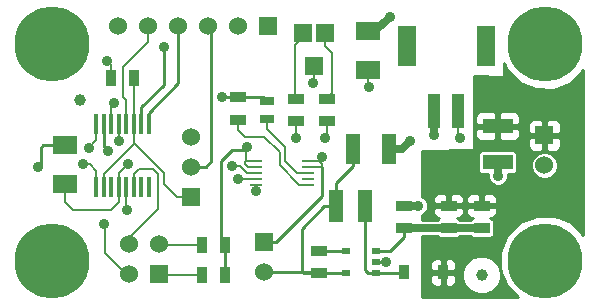
<source format=gtl>
G04 (created by PCBNEW (2013-05-31 BZR 4019)-stable) date 9/7/2014 5:27:28 PM*
%MOIN*%
G04 Gerber Fmt 3.4, Leading zero omitted, Abs format*
%FSLAX34Y34*%
G01*
G70*
G90*
G04 APERTURE LIST*
%ADD10C,0.00590551*%
%ADD11R,0.1X0.05*%
%ADD12R,0.055X0.035*%
%ADD13R,0.0358X0.048*%
%ADD14R,0.035X0.055*%
%ADD15C,0.0393701*%
%ADD16R,0.0590551X0.0590551*%
%ADD17R,0.06X0.06*%
%ADD18C,0.06*%
%ADD19R,0.05X0.1*%
%ADD20R,0.045X0.025*%
%ADD21R,0.03X0.02*%
%ADD22R,0.0394X0.0106*%
%ADD23R,0.016X0.065*%
%ADD24R,0.0472441X0.106299*%
%ADD25R,0.0393701X0.11811*%
%ADD26R,0.0590551X0.133858*%
%ADD27R,0.08X0.06*%
%ADD28C,0.25*%
%ADD29C,0.035*%
%ADD30C,0.01*%
%ADD31C,0.008*%
%ADD32C,0.025*%
G04 APERTURE END LIST*
G54D10*
G54D11*
X59586Y-29734D03*
X59586Y-30934D03*
G54D12*
X53897Y-29567D03*
X53897Y-28817D03*
X52874Y-29567D03*
X52874Y-28817D03*
X50925Y-29508D03*
X50925Y-28758D03*
G54D13*
X56481Y-34606D03*
X57769Y-34606D03*
G54D12*
X53622Y-34626D03*
X53622Y-33876D03*
G54D14*
X50493Y-33681D03*
X49743Y-33681D03*
G54D12*
X59055Y-33130D03*
X59055Y-32380D03*
X56456Y-33130D03*
X56456Y-32380D03*
G54D15*
X59055Y-34685D03*
X45650Y-28850D03*
G54D16*
X53464Y-27736D03*
X53090Y-26633D03*
X53838Y-26633D03*
G54D17*
X49370Y-32082D03*
G54D18*
X49370Y-31082D03*
X49370Y-30082D03*
G54D17*
X48295Y-34673D03*
G54D18*
X47295Y-34673D03*
X48295Y-33673D03*
X47295Y-33673D03*
G54D17*
X51948Y-26377D03*
G54D18*
X50948Y-26377D03*
X49948Y-26377D03*
X48948Y-26377D03*
X47948Y-26377D03*
X46948Y-26377D03*
G54D14*
X47461Y-28110D03*
X46711Y-28110D03*
G54D12*
X57952Y-33130D03*
X57952Y-32380D03*
G54D19*
X54774Y-30492D03*
X55974Y-30492D03*
G54D20*
X51889Y-29492D03*
X51889Y-28892D03*
G54D14*
X50493Y-34685D03*
X49743Y-34685D03*
G54D21*
X55539Y-34626D03*
X55539Y-33876D03*
X54539Y-34626D03*
X55539Y-34251D03*
X54539Y-33876D03*
G54D22*
X51526Y-30899D03*
X51526Y-31099D03*
X51526Y-31299D03*
X51526Y-31499D03*
X51526Y-31699D03*
X53276Y-31699D03*
X53276Y-31499D03*
X53276Y-31299D03*
X53276Y-31099D03*
X53276Y-30899D03*
G54D23*
X47211Y-29658D03*
X46961Y-29658D03*
X46711Y-29658D03*
X46461Y-29658D03*
X47961Y-31758D03*
X47961Y-29658D03*
X47711Y-29658D03*
X47461Y-29658D03*
X46211Y-31758D03*
X46461Y-31758D03*
X46711Y-31758D03*
X46961Y-31758D03*
X47211Y-31758D03*
X47461Y-31758D03*
X46211Y-29658D03*
X47711Y-31758D03*
G54D24*
X54212Y-32401D03*
X55157Y-32401D03*
G54D25*
X57480Y-29212D03*
X58267Y-29212D03*
G54D26*
X56555Y-27047D03*
X59192Y-27047D03*
G54D17*
X61141Y-30031D03*
G54D18*
X61141Y-31031D03*
G54D27*
X45157Y-30373D03*
X45157Y-31673D03*
X55275Y-27854D03*
X55275Y-26554D03*
G54D28*
X44724Y-27007D03*
X44724Y-34212D03*
X61181Y-34212D03*
X61181Y-27007D03*
G54D17*
X51811Y-33594D03*
G54D18*
X51811Y-34594D03*
G54D29*
X46791Y-28956D03*
X45750Y-31000D03*
X45950Y-30450D03*
X48464Y-27106D03*
X46600Y-30550D03*
X46456Y-32992D03*
X47263Y-31003D03*
X55314Y-28425D03*
X53425Y-28307D03*
X51220Y-30433D03*
X58326Y-30137D03*
X53740Y-30748D03*
X47244Y-32519D03*
X46574Y-27559D03*
X46968Y-30236D03*
X50393Y-28759D03*
X55984Y-26082D03*
X51535Y-31889D03*
X55866Y-34251D03*
X56948Y-32381D03*
X56653Y-30236D03*
X57480Y-30039D03*
X59606Y-31397D03*
X52874Y-30137D03*
X50748Y-31062D03*
X53818Y-30118D03*
X50925Y-31496D03*
X44250Y-31100D03*
G54D30*
X54212Y-32401D02*
X54212Y-31614D01*
X54774Y-31052D02*
X54774Y-30492D01*
X54212Y-31614D02*
X54774Y-31052D01*
X53622Y-34626D02*
X53111Y-34626D01*
X53799Y-32401D02*
X54212Y-32401D01*
X53051Y-33149D02*
X53799Y-32401D01*
X53051Y-34566D02*
X53051Y-33149D01*
X53111Y-34626D02*
X53051Y-34566D01*
X54539Y-34626D02*
X53622Y-34626D01*
X53622Y-34626D02*
X53589Y-34594D01*
X53589Y-34594D02*
X51811Y-34594D01*
G54D31*
X47461Y-30295D02*
X47480Y-30295D01*
X48893Y-32082D02*
X49370Y-32082D01*
X48464Y-31653D02*
X48893Y-32082D01*
X48464Y-31279D02*
X48464Y-31653D01*
X47480Y-30295D02*
X48464Y-31279D01*
X46461Y-31758D02*
X46461Y-31313D01*
X47461Y-30313D02*
X47461Y-30295D01*
X47461Y-30295D02*
X47461Y-29658D01*
X46461Y-31313D02*
X47461Y-30313D01*
X47461Y-29658D02*
X47461Y-28110D01*
X46711Y-29658D02*
X46711Y-29036D01*
X46711Y-29036D02*
X46791Y-28956D01*
X46211Y-31758D02*
X46211Y-31211D01*
X46000Y-31000D02*
X45750Y-31000D01*
X46211Y-31211D02*
X46000Y-31000D01*
X46211Y-30188D02*
X46211Y-29658D01*
X45950Y-30450D02*
X46211Y-30188D01*
X49743Y-34685D02*
X48307Y-34685D01*
X48307Y-34685D02*
X48295Y-34673D01*
X49743Y-33681D02*
X48303Y-33681D01*
X48303Y-33681D02*
X48295Y-33673D01*
G54D30*
X47711Y-29658D02*
X47711Y-29099D01*
X48464Y-28346D02*
X48464Y-27106D01*
X47711Y-29099D02*
X48464Y-28346D01*
G54D31*
X47211Y-29658D02*
X47211Y-28865D01*
X47948Y-26913D02*
X47948Y-26377D01*
X47106Y-27755D02*
X47948Y-26913D01*
X47106Y-28759D02*
X47106Y-27755D01*
X47211Y-28865D02*
X47106Y-28759D01*
X47461Y-31758D02*
X47461Y-31317D01*
X47295Y-33472D02*
X47295Y-33673D01*
X48267Y-32500D02*
X47295Y-33472D01*
X48267Y-31338D02*
X48267Y-32500D01*
X48090Y-31161D02*
X48267Y-31338D01*
X47618Y-31161D02*
X48090Y-31161D01*
X47461Y-31317D02*
X47618Y-31161D01*
G54D30*
X47961Y-29658D02*
X47961Y-29282D01*
X48948Y-28295D02*
X48948Y-26377D01*
X47961Y-29282D02*
X48948Y-28295D01*
X46461Y-29658D02*
X46461Y-30411D01*
X46461Y-30411D02*
X46600Y-30550D01*
G54D31*
X46496Y-33307D02*
X46496Y-33031D01*
X46496Y-33031D02*
X46456Y-32992D01*
X47295Y-34673D02*
X47212Y-34673D01*
X46496Y-33956D02*
X46496Y-33307D01*
X47212Y-34673D02*
X46496Y-33956D01*
G54D30*
X49370Y-31082D02*
X49862Y-31082D01*
X50039Y-26468D02*
X49948Y-26377D01*
X50039Y-30905D02*
X50039Y-26468D01*
X49862Y-31082D02*
X50039Y-30905D01*
G54D31*
X46961Y-31758D02*
X46961Y-32250D01*
X45157Y-32244D02*
X45157Y-31673D01*
X45433Y-32519D02*
X45157Y-32244D01*
X46692Y-32519D02*
X45433Y-32519D01*
X46961Y-32250D02*
X46692Y-32519D01*
X46961Y-31758D02*
X46961Y-31306D01*
X46961Y-31306D02*
X47263Y-31003D01*
G54D30*
X50493Y-34685D02*
X50493Y-33681D01*
X50493Y-33681D02*
X50374Y-33562D01*
X50374Y-33562D02*
X50374Y-30885D01*
X50374Y-30885D02*
X50728Y-30531D01*
X50728Y-30531D02*
X51122Y-30531D01*
X51122Y-30531D02*
X51220Y-30433D01*
G54D31*
X55275Y-28385D02*
X55275Y-27854D01*
X55314Y-28425D02*
X55275Y-28385D01*
X51207Y-30899D02*
X51207Y-30446D01*
X53464Y-28267D02*
X53464Y-27736D01*
X53425Y-28307D02*
X53464Y-28267D01*
X51207Y-30446D02*
X51220Y-30433D01*
X51526Y-31099D02*
X51275Y-31099D01*
X51207Y-30899D02*
X51526Y-30899D01*
X51181Y-30925D02*
X51207Y-30899D01*
X51181Y-31005D02*
X51181Y-30925D01*
X51275Y-31099D02*
X51181Y-31005D01*
G54D30*
X51811Y-33594D02*
X52192Y-33594D01*
X53740Y-32047D02*
X53740Y-31076D01*
X52192Y-33594D02*
X53740Y-32047D01*
G54D31*
X53635Y-30899D02*
X53635Y-30852D01*
X58267Y-30078D02*
X58267Y-29212D01*
X58326Y-30137D02*
X58267Y-30078D01*
X53635Y-30852D02*
X53740Y-30748D01*
X53276Y-31099D02*
X53717Y-31099D01*
X53635Y-30899D02*
X53276Y-30899D01*
X53740Y-31003D02*
X53635Y-30899D01*
X53740Y-31076D02*
X53740Y-31003D01*
X53717Y-31099D02*
X53740Y-31076D01*
X47211Y-31758D02*
X47211Y-32487D01*
X47211Y-32487D02*
X47244Y-32519D01*
X46711Y-28110D02*
X46711Y-27695D01*
X46711Y-27695D02*
X46574Y-27559D01*
X46961Y-29658D02*
X46961Y-30229D01*
X46961Y-30229D02*
X46968Y-30236D01*
G54D30*
X50925Y-28758D02*
X50394Y-28758D01*
X50394Y-28758D02*
X50393Y-28759D01*
X50925Y-28758D02*
X51755Y-28758D01*
X51755Y-28758D02*
X51889Y-28892D01*
G54D32*
X55275Y-26554D02*
X55512Y-26554D01*
X55512Y-26554D02*
X55984Y-26082D01*
G54D31*
X51526Y-31699D02*
X51526Y-31880D01*
X51526Y-31880D02*
X51535Y-31889D01*
G54D30*
X55539Y-34251D02*
X55866Y-34251D01*
G54D32*
X56456Y-32380D02*
X56947Y-32380D01*
X56947Y-32380D02*
X56948Y-32381D01*
X55974Y-30492D02*
X56397Y-30492D01*
X56397Y-30492D02*
X56653Y-30236D01*
X57480Y-29212D02*
X57480Y-30039D01*
X59586Y-30934D02*
X59586Y-31377D01*
X59586Y-31377D02*
X59606Y-31397D01*
G54D31*
X53276Y-31699D02*
X52978Y-31699D01*
X50925Y-29862D02*
X50925Y-29508D01*
X51161Y-30098D02*
X50925Y-29862D01*
X51811Y-30098D02*
X51161Y-30098D01*
X52319Y-30607D02*
X51811Y-30098D01*
X52319Y-31040D02*
X52319Y-30607D01*
X52978Y-31699D02*
X52319Y-31040D01*
X53276Y-31299D02*
X52893Y-31299D01*
X51889Y-29822D02*
X51889Y-29492D01*
X52500Y-30433D02*
X51889Y-29822D01*
X52500Y-30905D02*
X52500Y-30433D01*
X52893Y-31299D02*
X52500Y-30905D01*
X53838Y-26633D02*
X53838Y-27066D01*
X54074Y-28640D02*
X53897Y-28817D01*
X54074Y-27303D02*
X54074Y-28640D01*
X53838Y-27066D02*
X54074Y-27303D01*
X53090Y-26633D02*
X53090Y-26771D01*
X52834Y-28778D02*
X52874Y-28817D01*
X52834Y-27027D02*
X52834Y-28778D01*
X53090Y-26771D02*
X52834Y-27027D01*
X51526Y-31299D02*
X51220Y-31299D01*
X52874Y-30137D02*
X52874Y-29567D01*
X50984Y-31062D02*
X50748Y-31062D01*
X51220Y-31299D02*
X50984Y-31062D01*
X51526Y-31499D02*
X50928Y-31499D01*
X53897Y-30039D02*
X53897Y-29567D01*
X53818Y-30118D02*
X53897Y-30039D01*
X50928Y-31499D02*
X50925Y-31496D01*
G54D30*
X55539Y-33876D02*
X56004Y-33876D01*
X56456Y-33425D02*
X56456Y-33130D01*
X56004Y-33876D02*
X56456Y-33425D01*
G54D32*
X59055Y-33130D02*
X57952Y-33130D01*
X57952Y-33130D02*
X56456Y-33130D01*
G54D30*
X54539Y-33876D02*
X53622Y-33876D01*
X55539Y-34626D02*
X55256Y-34626D01*
X55157Y-34527D02*
X55157Y-32401D01*
X55256Y-34626D02*
X55157Y-34527D01*
X55539Y-34626D02*
X56461Y-34626D01*
X56461Y-34626D02*
X56481Y-34606D01*
X44426Y-30373D02*
X45157Y-30373D01*
X44350Y-30450D02*
X44426Y-30373D01*
X44350Y-31000D02*
X44350Y-30450D01*
X44250Y-31100D02*
X44350Y-31000D01*
G54D10*
G36*
X62438Y-33349D02*
X62031Y-32941D01*
X61691Y-32800D01*
X61691Y-30381D01*
X61691Y-29681D01*
X61653Y-29590D01*
X61583Y-29519D01*
X61491Y-29481D01*
X61392Y-29481D01*
X61254Y-29481D01*
X61191Y-29543D01*
X61191Y-29981D01*
X61629Y-29981D01*
X61691Y-29918D01*
X61691Y-29681D01*
X61691Y-30381D01*
X61691Y-30143D01*
X61629Y-30081D01*
X61191Y-30081D01*
X61191Y-30518D01*
X61254Y-30581D01*
X61392Y-30581D01*
X61491Y-30581D01*
X61583Y-30543D01*
X61653Y-30472D01*
X61691Y-30381D01*
X61691Y-32800D01*
X61591Y-32758D01*
X61591Y-30942D01*
X61523Y-30776D01*
X61396Y-30650D01*
X61231Y-30581D01*
X61091Y-30581D01*
X61091Y-30518D01*
X61091Y-30081D01*
X61091Y-29981D01*
X61091Y-29543D01*
X61029Y-29481D01*
X60891Y-29481D01*
X60791Y-29481D01*
X60699Y-29519D01*
X60629Y-29590D01*
X60591Y-29681D01*
X60591Y-29918D01*
X60654Y-29981D01*
X61091Y-29981D01*
X61091Y-30081D01*
X60654Y-30081D01*
X60591Y-30143D01*
X60591Y-30381D01*
X60629Y-30472D01*
X60699Y-30543D01*
X60791Y-30581D01*
X60891Y-30581D01*
X61029Y-30581D01*
X61091Y-30518D01*
X61091Y-30581D01*
X61052Y-30581D01*
X60887Y-30649D01*
X60760Y-30776D01*
X60691Y-30941D01*
X60691Y-31120D01*
X60760Y-31286D01*
X60886Y-31412D01*
X61051Y-31481D01*
X61230Y-31481D01*
X61396Y-31413D01*
X61523Y-31286D01*
X61591Y-31121D01*
X61591Y-30942D01*
X61591Y-32758D01*
X61480Y-32712D01*
X60884Y-32712D01*
X60336Y-32938D01*
X60336Y-30034D01*
X60336Y-29435D01*
X60298Y-29343D01*
X60228Y-29272D01*
X60136Y-29234D01*
X60037Y-29234D01*
X59699Y-29234D01*
X59636Y-29297D01*
X59636Y-29684D01*
X60274Y-29684D01*
X60336Y-29622D01*
X60336Y-29435D01*
X60336Y-30034D01*
X60336Y-29847D01*
X60274Y-29784D01*
X59636Y-29784D01*
X59636Y-30172D01*
X59699Y-30234D01*
X60037Y-30234D01*
X60136Y-30234D01*
X60228Y-30196D01*
X60298Y-30126D01*
X60336Y-30034D01*
X60336Y-32938D01*
X60332Y-32940D01*
X60236Y-33035D01*
X60236Y-31154D01*
X60236Y-30654D01*
X60213Y-30599D01*
X60171Y-30557D01*
X60116Y-30534D01*
X60056Y-30534D01*
X59536Y-30534D01*
X59536Y-30172D01*
X59536Y-29784D01*
X59536Y-29684D01*
X59536Y-29297D01*
X59474Y-29234D01*
X59136Y-29234D01*
X59036Y-29234D01*
X58944Y-29272D01*
X58874Y-29343D01*
X58836Y-29435D01*
X58836Y-29622D01*
X58899Y-29684D01*
X59536Y-29684D01*
X59536Y-29784D01*
X58899Y-29784D01*
X58836Y-29847D01*
X58836Y-30034D01*
X58874Y-30126D01*
X58944Y-30196D01*
X59036Y-30234D01*
X59136Y-30234D01*
X59474Y-30234D01*
X59536Y-30172D01*
X59536Y-30534D01*
X59056Y-30534D01*
X59001Y-30557D01*
X58959Y-30599D01*
X58936Y-30654D01*
X58936Y-30714D01*
X58936Y-31214D01*
X58959Y-31269D01*
X59001Y-31311D01*
X59056Y-31334D01*
X59116Y-31334D01*
X59281Y-31334D01*
X59281Y-31462D01*
X59330Y-31581D01*
X59421Y-31672D01*
X59541Y-31722D01*
X59670Y-31722D01*
X59790Y-31673D01*
X59881Y-31581D01*
X59931Y-31462D01*
X59931Y-31334D01*
X60116Y-31334D01*
X60171Y-31311D01*
X60213Y-31269D01*
X60236Y-31214D01*
X60236Y-31154D01*
X60236Y-33035D01*
X59910Y-33361D01*
X59681Y-33912D01*
X59680Y-34509D01*
X59908Y-35061D01*
X60277Y-35431D01*
X59695Y-35431D01*
X59695Y-34558D01*
X59598Y-34322D01*
X59418Y-34142D01*
X59183Y-34044D01*
X58928Y-34044D01*
X58692Y-34141D01*
X58512Y-34321D01*
X58414Y-34557D01*
X58414Y-34811D01*
X58511Y-35047D01*
X58691Y-35227D01*
X58927Y-35325D01*
X59181Y-35325D01*
X59417Y-35228D01*
X59597Y-35048D01*
X59695Y-34813D01*
X59695Y-34558D01*
X59695Y-35431D01*
X58199Y-35431D01*
X58199Y-34796D01*
X58199Y-34415D01*
X58198Y-34316D01*
X58160Y-34224D01*
X58090Y-34154D01*
X57998Y-34116D01*
X57882Y-34116D01*
X57819Y-34178D01*
X57819Y-34556D01*
X58136Y-34556D01*
X58198Y-34493D01*
X58199Y-34415D01*
X58199Y-34796D01*
X58198Y-34718D01*
X58136Y-34656D01*
X57819Y-34656D01*
X57819Y-35033D01*
X57882Y-35096D01*
X57998Y-35096D01*
X58090Y-35058D01*
X58160Y-34988D01*
X58198Y-34896D01*
X58199Y-34796D01*
X58199Y-35431D01*
X57719Y-35431D01*
X57719Y-35033D01*
X57719Y-34656D01*
X57719Y-34556D01*
X57719Y-34178D01*
X57657Y-34116D01*
X57541Y-34116D01*
X57449Y-34154D01*
X57379Y-34224D01*
X57341Y-34316D01*
X57340Y-34415D01*
X57340Y-34493D01*
X57403Y-34556D01*
X57719Y-34556D01*
X57719Y-34656D01*
X57403Y-34656D01*
X57340Y-34718D01*
X57340Y-34796D01*
X57341Y-34896D01*
X57379Y-34988D01*
X57449Y-35058D01*
X57541Y-35096D01*
X57657Y-35096D01*
X57719Y-35033D01*
X57719Y-35431D01*
X57057Y-35431D01*
X57057Y-33405D01*
X57565Y-33405D01*
X57592Y-33432D01*
X57647Y-33455D01*
X57707Y-33455D01*
X58257Y-33455D01*
X58312Y-33433D01*
X58339Y-33405D01*
X58667Y-33405D01*
X58695Y-33432D01*
X58750Y-33455D01*
X58809Y-33455D01*
X59359Y-33455D01*
X59414Y-33433D01*
X59457Y-33390D01*
X59480Y-33335D01*
X59480Y-33276D01*
X59480Y-32926D01*
X59457Y-32871D01*
X59415Y-32828D01*
X59360Y-32805D01*
X59330Y-32805D01*
X59380Y-32805D01*
X59471Y-32767D01*
X59542Y-32697D01*
X59580Y-32605D01*
X59580Y-32156D01*
X59542Y-32064D01*
X59471Y-31994D01*
X59380Y-31955D01*
X59280Y-31955D01*
X59167Y-31955D01*
X59105Y-32018D01*
X59105Y-32330D01*
X59517Y-32330D01*
X59580Y-32268D01*
X59580Y-32156D01*
X59580Y-32605D01*
X59580Y-32493D01*
X59517Y-32430D01*
X59105Y-32430D01*
X59105Y-32438D01*
X59005Y-32438D01*
X59005Y-32430D01*
X59005Y-32330D01*
X59005Y-32018D01*
X58942Y-31955D01*
X58829Y-31955D01*
X58730Y-31955D01*
X58638Y-31994D01*
X58568Y-32064D01*
X58530Y-32156D01*
X58530Y-32268D01*
X58592Y-32330D01*
X59005Y-32330D01*
X59005Y-32430D01*
X58592Y-32430D01*
X58530Y-32493D01*
X58530Y-32605D01*
X58568Y-32697D01*
X58638Y-32767D01*
X58730Y-32805D01*
X58750Y-32805D01*
X58750Y-32805D01*
X58695Y-32828D01*
X58667Y-32855D01*
X58339Y-32855D01*
X58312Y-32828D01*
X58257Y-32805D01*
X58227Y-32805D01*
X58277Y-32805D01*
X58369Y-32767D01*
X58439Y-32697D01*
X58477Y-32605D01*
X58477Y-32156D01*
X58439Y-32064D01*
X58369Y-31994D01*
X58277Y-31955D01*
X58178Y-31955D01*
X58065Y-31955D01*
X58002Y-32018D01*
X58002Y-32330D01*
X58415Y-32330D01*
X58477Y-32268D01*
X58477Y-32156D01*
X58477Y-32605D01*
X58477Y-32493D01*
X58415Y-32430D01*
X58002Y-32430D01*
X58002Y-32438D01*
X57902Y-32438D01*
X57902Y-32430D01*
X57902Y-32330D01*
X57902Y-32018D01*
X57840Y-31955D01*
X57727Y-31955D01*
X57627Y-31955D01*
X57535Y-31994D01*
X57465Y-32064D01*
X57427Y-32156D01*
X57427Y-32268D01*
X57490Y-32330D01*
X57902Y-32330D01*
X57902Y-32430D01*
X57490Y-32430D01*
X57427Y-32493D01*
X57427Y-32605D01*
X57465Y-32697D01*
X57535Y-32767D01*
X57627Y-32805D01*
X57648Y-32805D01*
X57648Y-32805D01*
X57592Y-32828D01*
X57565Y-32855D01*
X57057Y-32855D01*
X57057Y-32688D01*
X57132Y-32657D01*
X57224Y-32566D01*
X57273Y-32446D01*
X57273Y-32317D01*
X57224Y-32198D01*
X57133Y-32106D01*
X57057Y-32075D01*
X57057Y-30561D01*
X58790Y-30541D01*
X58790Y-28062D01*
X59813Y-28082D01*
X59813Y-27626D01*
X59908Y-27856D01*
X60330Y-28278D01*
X60881Y-28507D01*
X61478Y-28508D01*
X62029Y-28280D01*
X62438Y-27871D01*
X62438Y-33349D01*
X62438Y-33349D01*
G37*
G54D30*
X62438Y-33349D02*
X62031Y-32941D01*
X61691Y-32800D01*
X61691Y-30381D01*
X61691Y-29681D01*
X61653Y-29590D01*
X61583Y-29519D01*
X61491Y-29481D01*
X61392Y-29481D01*
X61254Y-29481D01*
X61191Y-29543D01*
X61191Y-29981D01*
X61629Y-29981D01*
X61691Y-29918D01*
X61691Y-29681D01*
X61691Y-30381D01*
X61691Y-30143D01*
X61629Y-30081D01*
X61191Y-30081D01*
X61191Y-30518D01*
X61254Y-30581D01*
X61392Y-30581D01*
X61491Y-30581D01*
X61583Y-30543D01*
X61653Y-30472D01*
X61691Y-30381D01*
X61691Y-32800D01*
X61591Y-32758D01*
X61591Y-30942D01*
X61523Y-30776D01*
X61396Y-30650D01*
X61231Y-30581D01*
X61091Y-30581D01*
X61091Y-30518D01*
X61091Y-30081D01*
X61091Y-29981D01*
X61091Y-29543D01*
X61029Y-29481D01*
X60891Y-29481D01*
X60791Y-29481D01*
X60699Y-29519D01*
X60629Y-29590D01*
X60591Y-29681D01*
X60591Y-29918D01*
X60654Y-29981D01*
X61091Y-29981D01*
X61091Y-30081D01*
X60654Y-30081D01*
X60591Y-30143D01*
X60591Y-30381D01*
X60629Y-30472D01*
X60699Y-30543D01*
X60791Y-30581D01*
X60891Y-30581D01*
X61029Y-30581D01*
X61091Y-30518D01*
X61091Y-30581D01*
X61052Y-30581D01*
X60887Y-30649D01*
X60760Y-30776D01*
X60691Y-30941D01*
X60691Y-31120D01*
X60760Y-31286D01*
X60886Y-31412D01*
X61051Y-31481D01*
X61230Y-31481D01*
X61396Y-31413D01*
X61523Y-31286D01*
X61591Y-31121D01*
X61591Y-30942D01*
X61591Y-32758D01*
X61480Y-32712D01*
X60884Y-32712D01*
X60336Y-32938D01*
X60336Y-30034D01*
X60336Y-29435D01*
X60298Y-29343D01*
X60228Y-29272D01*
X60136Y-29234D01*
X60037Y-29234D01*
X59699Y-29234D01*
X59636Y-29297D01*
X59636Y-29684D01*
X60274Y-29684D01*
X60336Y-29622D01*
X60336Y-29435D01*
X60336Y-30034D01*
X60336Y-29847D01*
X60274Y-29784D01*
X59636Y-29784D01*
X59636Y-30172D01*
X59699Y-30234D01*
X60037Y-30234D01*
X60136Y-30234D01*
X60228Y-30196D01*
X60298Y-30126D01*
X60336Y-30034D01*
X60336Y-32938D01*
X60332Y-32940D01*
X60236Y-33035D01*
X60236Y-31154D01*
X60236Y-30654D01*
X60213Y-30599D01*
X60171Y-30557D01*
X60116Y-30534D01*
X60056Y-30534D01*
X59536Y-30534D01*
X59536Y-30172D01*
X59536Y-29784D01*
X59536Y-29684D01*
X59536Y-29297D01*
X59474Y-29234D01*
X59136Y-29234D01*
X59036Y-29234D01*
X58944Y-29272D01*
X58874Y-29343D01*
X58836Y-29435D01*
X58836Y-29622D01*
X58899Y-29684D01*
X59536Y-29684D01*
X59536Y-29784D01*
X58899Y-29784D01*
X58836Y-29847D01*
X58836Y-30034D01*
X58874Y-30126D01*
X58944Y-30196D01*
X59036Y-30234D01*
X59136Y-30234D01*
X59474Y-30234D01*
X59536Y-30172D01*
X59536Y-30534D01*
X59056Y-30534D01*
X59001Y-30557D01*
X58959Y-30599D01*
X58936Y-30654D01*
X58936Y-30714D01*
X58936Y-31214D01*
X58959Y-31269D01*
X59001Y-31311D01*
X59056Y-31334D01*
X59116Y-31334D01*
X59281Y-31334D01*
X59281Y-31462D01*
X59330Y-31581D01*
X59421Y-31672D01*
X59541Y-31722D01*
X59670Y-31722D01*
X59790Y-31673D01*
X59881Y-31581D01*
X59931Y-31462D01*
X59931Y-31334D01*
X60116Y-31334D01*
X60171Y-31311D01*
X60213Y-31269D01*
X60236Y-31214D01*
X60236Y-31154D01*
X60236Y-33035D01*
X59910Y-33361D01*
X59681Y-33912D01*
X59680Y-34509D01*
X59908Y-35061D01*
X60277Y-35431D01*
X59695Y-35431D01*
X59695Y-34558D01*
X59598Y-34322D01*
X59418Y-34142D01*
X59183Y-34044D01*
X58928Y-34044D01*
X58692Y-34141D01*
X58512Y-34321D01*
X58414Y-34557D01*
X58414Y-34811D01*
X58511Y-35047D01*
X58691Y-35227D01*
X58927Y-35325D01*
X59181Y-35325D01*
X59417Y-35228D01*
X59597Y-35048D01*
X59695Y-34813D01*
X59695Y-34558D01*
X59695Y-35431D01*
X58199Y-35431D01*
X58199Y-34796D01*
X58199Y-34415D01*
X58198Y-34316D01*
X58160Y-34224D01*
X58090Y-34154D01*
X57998Y-34116D01*
X57882Y-34116D01*
X57819Y-34178D01*
X57819Y-34556D01*
X58136Y-34556D01*
X58198Y-34493D01*
X58199Y-34415D01*
X58199Y-34796D01*
X58198Y-34718D01*
X58136Y-34656D01*
X57819Y-34656D01*
X57819Y-35033D01*
X57882Y-35096D01*
X57998Y-35096D01*
X58090Y-35058D01*
X58160Y-34988D01*
X58198Y-34896D01*
X58199Y-34796D01*
X58199Y-35431D01*
X57719Y-35431D01*
X57719Y-35033D01*
X57719Y-34656D01*
X57719Y-34556D01*
X57719Y-34178D01*
X57657Y-34116D01*
X57541Y-34116D01*
X57449Y-34154D01*
X57379Y-34224D01*
X57341Y-34316D01*
X57340Y-34415D01*
X57340Y-34493D01*
X57403Y-34556D01*
X57719Y-34556D01*
X57719Y-34656D01*
X57403Y-34656D01*
X57340Y-34718D01*
X57340Y-34796D01*
X57341Y-34896D01*
X57379Y-34988D01*
X57449Y-35058D01*
X57541Y-35096D01*
X57657Y-35096D01*
X57719Y-35033D01*
X57719Y-35431D01*
X57057Y-35431D01*
X57057Y-33405D01*
X57565Y-33405D01*
X57592Y-33432D01*
X57647Y-33455D01*
X57707Y-33455D01*
X58257Y-33455D01*
X58312Y-33433D01*
X58339Y-33405D01*
X58667Y-33405D01*
X58695Y-33432D01*
X58750Y-33455D01*
X58809Y-33455D01*
X59359Y-33455D01*
X59414Y-33433D01*
X59457Y-33390D01*
X59480Y-33335D01*
X59480Y-33276D01*
X59480Y-32926D01*
X59457Y-32871D01*
X59415Y-32828D01*
X59360Y-32805D01*
X59330Y-32805D01*
X59380Y-32805D01*
X59471Y-32767D01*
X59542Y-32697D01*
X59580Y-32605D01*
X59580Y-32156D01*
X59542Y-32064D01*
X59471Y-31994D01*
X59380Y-31955D01*
X59280Y-31955D01*
X59167Y-31955D01*
X59105Y-32018D01*
X59105Y-32330D01*
X59517Y-32330D01*
X59580Y-32268D01*
X59580Y-32156D01*
X59580Y-32605D01*
X59580Y-32493D01*
X59517Y-32430D01*
X59105Y-32430D01*
X59105Y-32438D01*
X59005Y-32438D01*
X59005Y-32430D01*
X59005Y-32330D01*
X59005Y-32018D01*
X58942Y-31955D01*
X58829Y-31955D01*
X58730Y-31955D01*
X58638Y-31994D01*
X58568Y-32064D01*
X58530Y-32156D01*
X58530Y-32268D01*
X58592Y-32330D01*
X59005Y-32330D01*
X59005Y-32430D01*
X58592Y-32430D01*
X58530Y-32493D01*
X58530Y-32605D01*
X58568Y-32697D01*
X58638Y-32767D01*
X58730Y-32805D01*
X58750Y-32805D01*
X58750Y-32805D01*
X58695Y-32828D01*
X58667Y-32855D01*
X58339Y-32855D01*
X58312Y-32828D01*
X58257Y-32805D01*
X58227Y-32805D01*
X58277Y-32805D01*
X58369Y-32767D01*
X58439Y-32697D01*
X58477Y-32605D01*
X58477Y-32156D01*
X58439Y-32064D01*
X58369Y-31994D01*
X58277Y-31955D01*
X58178Y-31955D01*
X58065Y-31955D01*
X58002Y-32018D01*
X58002Y-32330D01*
X58415Y-32330D01*
X58477Y-32268D01*
X58477Y-32156D01*
X58477Y-32605D01*
X58477Y-32493D01*
X58415Y-32430D01*
X58002Y-32430D01*
X58002Y-32438D01*
X57902Y-32438D01*
X57902Y-32430D01*
X57902Y-32330D01*
X57902Y-32018D01*
X57840Y-31955D01*
X57727Y-31955D01*
X57627Y-31955D01*
X57535Y-31994D01*
X57465Y-32064D01*
X57427Y-32156D01*
X57427Y-32268D01*
X57490Y-32330D01*
X57902Y-32330D01*
X57902Y-32430D01*
X57490Y-32430D01*
X57427Y-32493D01*
X57427Y-32605D01*
X57465Y-32697D01*
X57535Y-32767D01*
X57627Y-32805D01*
X57648Y-32805D01*
X57648Y-32805D01*
X57592Y-32828D01*
X57565Y-32855D01*
X57057Y-32855D01*
X57057Y-32688D01*
X57132Y-32657D01*
X57224Y-32566D01*
X57273Y-32446D01*
X57273Y-32317D01*
X57224Y-32198D01*
X57133Y-32106D01*
X57057Y-32075D01*
X57057Y-30561D01*
X58790Y-30541D01*
X58790Y-28062D01*
X59813Y-28082D01*
X59813Y-27626D01*
X59908Y-27856D01*
X60330Y-28278D01*
X60881Y-28507D01*
X61478Y-28508D01*
X62029Y-28280D01*
X62438Y-27871D01*
X62438Y-33349D01*
M02*

</source>
